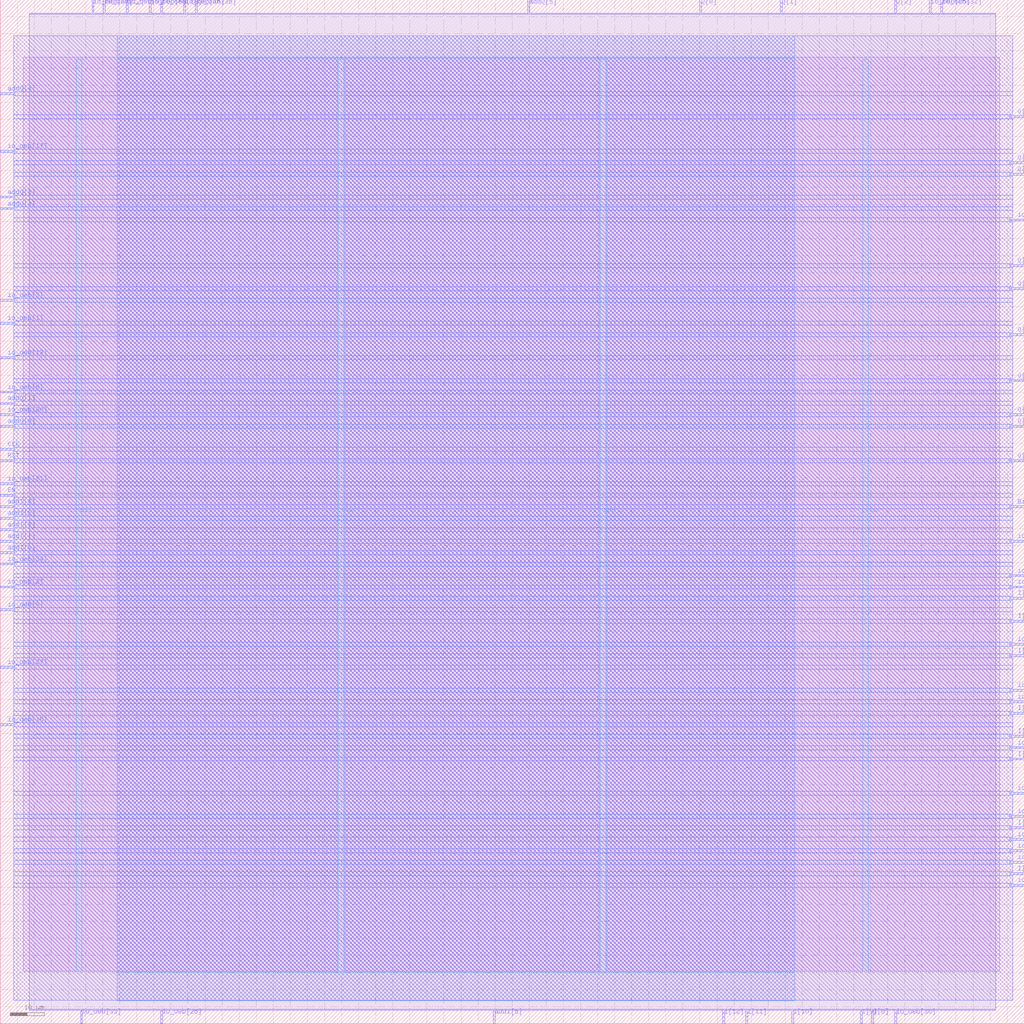
<source format=lef>
VERSION 5.7 ;
  NOWIREEXTENSIONATPIN ON ;
  DIVIDERCHAR "/" ;
  BUSBITCHARS "[]" ;
MACRO OQPSK_PS_RCOSINE2
  CLASS BLOCK ;
  FOREIGN OQPSK_PS_RCOSINE2 ;
  ORIGIN 0.000 0.000 ;
  SIZE 300.000 BY 300.000 ;
  PIN BitIn
    DIRECTION INPUT ;
    USE SIGNAL ;
    ANTENNAGATEAREA 0.498500 ;
    ANTENNADIFFAREA 0.410400 ;
    PORT
      LAYER Metal3 ;
        RECT 296.000 151.200 300.000 151.760 ;
    END
  END BitIn
  PIN CLK
    DIRECTION INPUT ;
    USE SIGNAL ;
    ANTENNAGATEAREA 4.738000 ;
    ANTENNADIFFAREA 0.410400 ;
    PORT
      LAYER Metal3 ;
        RECT 0.000 168.000 4.000 168.560 ;
    END
  END CLK
  PIN EN
    DIRECTION INPUT ;
    USE SIGNAL ;
    ANTENNAGATEAREA 0.741000 ;
    ANTENNADIFFAREA 0.410400 ;
    PORT
      LAYER Metal3 ;
        RECT 0.000 154.560 4.000 155.120 ;
    END
  END EN
  PIN I[0]
    DIRECTION OUTPUT TRISTATE ;
    USE SIGNAL ;
    ANTENNADIFFAREA 4.731200 ;
    PORT
      LAYER Metal3 ;
        RECT 296.000 124.320 300.000 124.880 ;
    END
  END I[0]
  PIN I[10]
    DIRECTION OUTPUT TRISTATE ;
    USE SIGNAL ;
    ANTENNADIFFAREA 4.731200 ;
    PORT
      LAYER Metal2 ;
        RECT 231.840 0.000 232.400 4.000 ;
    END
  END I[10]
  PIN I[11]
    DIRECTION OUTPUT TRISTATE ;
    USE SIGNAL ;
    ANTENNADIFFAREA 4.731200 ;
    PORT
      LAYER Metal2 ;
        RECT 218.400 0.000 218.960 4.000 ;
    END
  END I[11]
  PIN I[12]
    DIRECTION OUTPUT TRISTATE ;
    USE SIGNAL ;
    ANTENNADIFFAREA 4.731200 ;
    PORT
      LAYER Metal2 ;
        RECT 211.680 0.000 212.240 4.000 ;
    END
  END I[12]
  PIN I[1]
    DIRECTION OUTPUT TRISTATE ;
    USE SIGNAL ;
    ANTENNADIFFAREA 4.731200 ;
    PORT
      LAYER Metal3 ;
        RECT 296.000 117.600 300.000 118.160 ;
    END
  END I[1]
  PIN I[2]
    DIRECTION OUTPUT TRISTATE ;
    USE SIGNAL ;
    ANTENNADIFFAREA 4.731200 ;
    PORT
      LAYER Metal3 ;
        RECT 296.000 107.520 300.000 108.080 ;
    END
  END I[2]
  PIN I[3]
    DIRECTION OUTPUT TRISTATE ;
    USE SIGNAL ;
    ANTENNADIFFAREA 4.731200 ;
    PORT
      LAYER Metal3 ;
        RECT 296.000 90.720 300.000 91.280 ;
    END
  END I[3]
  PIN I[4]
    DIRECTION OUTPUT TRISTATE ;
    USE SIGNAL ;
    ANTENNADIFFAREA 4.731200 ;
    PORT
      LAYER Metal3 ;
        RECT 296.000 84.000 300.000 84.560 ;
    END
  END I[4]
  PIN I[5]
    DIRECTION OUTPUT TRISTATE ;
    USE SIGNAL ;
    ANTENNADIFFAREA 4.731200 ;
    PORT
      LAYER Metal3 ;
        RECT 296.000 77.280 300.000 77.840 ;
    END
  END I[5]
  PIN I[6]
    DIRECTION OUTPUT TRISTATE ;
    USE SIGNAL ;
    ANTENNADIFFAREA 4.731200 ;
    PORT
      LAYER Metal3 ;
        RECT 296.000 57.120 300.000 57.680 ;
    END
  END I[6]
  PIN I[7]
    DIRECTION OUTPUT TRISTATE ;
    USE SIGNAL ;
    ANTENNADIFFAREA 4.731200 ;
    PORT
      LAYER Metal3 ;
        RECT 296.000 43.680 300.000 44.240 ;
    END
  END I[7]
  PIN I[8]
    DIRECTION OUTPUT TRISTATE ;
    USE SIGNAL ;
    ANTENNADIFFAREA 4.731200 ;
    PORT
      LAYER Metal2 ;
        RECT 255.360 0.000 255.920 4.000 ;
    END
  END I[8]
  PIN I[9]
    DIRECTION OUTPUT TRISTATE ;
    USE SIGNAL ;
    ANTENNADIFFAREA 4.731200 ;
    PORT
      LAYER Metal2 ;
        RECT 252.000 0.000 252.560 4.000 ;
    END
  END I[9]
  PIN Q[0]
    DIRECTION OUTPUT TRISTATE ;
    USE SIGNAL ;
    ANTENNADIFFAREA 4.731200 ;
    PORT
      LAYER Metal2 ;
        RECT 204.960 296.000 205.520 300.000 ;
    END
  END Q[0]
  PIN Q[10]
    DIRECTION OUTPUT TRISTATE ;
    USE SIGNAL ;
    ANTENNADIFFAREA 4.731200 ;
    PORT
      LAYER Metal3 ;
        RECT 296.000 174.720 300.000 175.280 ;
    END
  END Q[10]
  PIN Q[11]
    DIRECTION OUTPUT TRISTATE ;
    USE SIGNAL ;
    ANTENNADIFFAREA 4.731200 ;
    PORT
      LAYER Metal3 ;
        RECT 296.000 164.640 300.000 165.200 ;
    END
  END Q[11]
  PIN Q[12]
    DIRECTION OUTPUT TRISTATE ;
    USE SIGNAL ;
    ANTENNADIFFAREA 4.731200 ;
    PORT
      LAYER Metal3 ;
        RECT 296.000 178.080 300.000 178.640 ;
    END
  END Q[12]
  PIN Q[1]
    DIRECTION OUTPUT TRISTATE ;
    USE SIGNAL ;
    ANTENNADIFFAREA 4.731200 ;
    PORT
      LAYER Metal2 ;
        RECT 228.480 296.000 229.040 300.000 ;
    END
  END Q[1]
  PIN Q[2]
    DIRECTION OUTPUT TRISTATE ;
    USE SIGNAL ;
    ANTENNADIFFAREA 4.731200 ;
    PORT
      LAYER Metal2 ;
        RECT 262.080 296.000 262.640 300.000 ;
    END
  END Q[2]
  PIN Q[3]
    DIRECTION OUTPUT TRISTATE ;
    USE SIGNAL ;
    ANTENNADIFFAREA 4.731200 ;
    PORT
      LAYER Metal3 ;
        RECT 296.000 265.440 300.000 266.000 ;
    END
  END Q[3]
  PIN Q[4]
    DIRECTION OUTPUT TRISTATE ;
    USE SIGNAL ;
    ANTENNADIFFAREA 4.731200 ;
    PORT
      LAYER Metal3 ;
        RECT 296.000 252.000 300.000 252.560 ;
    END
  END Q[4]
  PIN Q[5]
    DIRECTION OUTPUT TRISTATE ;
    USE SIGNAL ;
    ANTENNADIFFAREA 4.731200 ;
    PORT
      LAYER Metal3 ;
        RECT 296.000 248.640 300.000 249.200 ;
    END
  END Q[5]
  PIN Q[6]
    DIRECTION OUTPUT TRISTATE ;
    USE SIGNAL ;
    ANTENNADIFFAREA 4.731200 ;
    PORT
      LAYER Metal3 ;
        RECT 296.000 221.760 300.000 222.320 ;
    END
  END Q[6]
  PIN Q[7]
    DIRECTION OUTPUT TRISTATE ;
    USE SIGNAL ;
    ANTENNADIFFAREA 4.731200 ;
    PORT
      LAYER Metal3 ;
        RECT 296.000 215.040 300.000 215.600 ;
    END
  END Q[7]
  PIN Q[8]
    DIRECTION OUTPUT TRISTATE ;
    USE SIGNAL ;
    ANTENNADIFFAREA 4.731200 ;
    PORT
      LAYER Metal3 ;
        RECT 296.000 201.600 300.000 202.160 ;
    END
  END Q[8]
  PIN Q[9]
    DIRECTION OUTPUT TRISTATE ;
    USE SIGNAL ;
    ANTENNADIFFAREA 4.731200 ;
    PORT
      LAYER Metal3 ;
        RECT 296.000 188.160 300.000 188.720 ;
    END
  END Q[9]
  PIN RST
    DIRECTION INPUT ;
    USE SIGNAL ;
    ANTENNAGATEAREA 0.741000 ;
    ANTENNADIFFAREA 0.410400 ;
    PORT
      LAYER Metal3 ;
        RECT 0.000 164.640 4.000 165.200 ;
    END
  END RST
  PIN addI[0]
    DIRECTION OUTPUT TRISTATE ;
    USE SIGNAL ;
    ANTENNADIFFAREA 4.731200 ;
    PORT
      LAYER Metal3 ;
        RECT 0.000 137.760 4.000 138.320 ;
    END
  END addI[0]
  PIN addI[1]
    DIRECTION OUTPUT TRISTATE ;
    USE SIGNAL ;
    ANTENNADIFFAREA 4.731200 ;
    PORT
      LAYER Metal3 ;
        RECT 0.000 141.120 4.000 141.680 ;
    END
  END addI[1]
  PIN addI[2]
    DIRECTION OUTPUT TRISTATE ;
    USE SIGNAL ;
    ANTENNADIFFAREA 4.731200 ;
    PORT
      LAYER Metal3 ;
        RECT 0.000 147.840 4.000 148.400 ;
    END
  END addI[2]
  PIN addI[3]
    DIRECTION OUTPUT TRISTATE ;
    USE SIGNAL ;
    ANTENNADIFFAREA 4.731200 ;
    PORT
      LAYER Metal3 ;
        RECT 0.000 144.480 4.000 145.040 ;
    END
  END addI[3]
  PIN addI[4]
    DIRECTION OUTPUT TRISTATE ;
    USE SIGNAL ;
    ANTENNADIFFAREA 4.731200 ;
    PORT
      LAYER Metal3 ;
        RECT 0.000 151.200 4.000 151.760 ;
    END
  END addI[4]
  PIN addI[5]
    DIRECTION OUTPUT TRISTATE ;
    USE SIGNAL ;
    ANTENNADIFFAREA 4.731200 ;
    PORT
      LAYER Metal2 ;
        RECT 144.480 0.000 145.040 4.000 ;
    END
  END addI[5]
  PIN addQ[0]
    DIRECTION OUTPUT TRISTATE ;
    USE SIGNAL ;
    ANTENNADIFFAREA 4.731200 ;
    PORT
      LAYER Metal3 ;
        RECT 0.000 174.720 4.000 175.280 ;
    END
  END addQ[0]
  PIN addQ[1]
    DIRECTION OUTPUT TRISTATE ;
    USE SIGNAL ;
    ANTENNADIFFAREA 4.731200 ;
    PORT
      LAYER Metal3 ;
        RECT 0.000 181.440 4.000 182.000 ;
    END
  END addQ[1]
  PIN addQ[2]
    DIRECTION OUTPUT TRISTATE ;
    USE SIGNAL ;
    ANTENNADIFFAREA 4.731200 ;
    PORT
      LAYER Metal3 ;
        RECT 0.000 238.560 4.000 239.120 ;
    END
  END addQ[2]
  PIN addQ[3]
    DIRECTION OUTPUT TRISTATE ;
    USE SIGNAL ;
    ANTENNADIFFAREA 4.731200 ;
    PORT
      LAYER Metal3 ;
        RECT 0.000 241.920 4.000 242.480 ;
    END
  END addQ[3]
  PIN addQ[4]
    DIRECTION OUTPUT TRISTATE ;
    USE SIGNAL ;
    ANTENNADIFFAREA 4.731200 ;
    PORT
      LAYER Metal3 ;
        RECT 0.000 272.160 4.000 272.720 ;
    END
  END addQ[4]
  PIN addQ[5]
    DIRECTION OUTPUT TRISTATE ;
    USE SIGNAL ;
    ANTENNADIFFAREA 4.731200 ;
    PORT
      LAYER Metal2 ;
        RECT 154.560 296.000 155.120 300.000 ;
    END
  END addQ[5]
  PIN io_oeb[0]
    DIRECTION OUTPUT TRISTATE ;
    USE SIGNAL ;
    ANTENNADIFFAREA 0.536800 ;
    PORT
      LAYER Metal3 ;
        RECT 0.000 120.960 4.000 121.520 ;
    END
  END io_oeb[0]
  PIN io_oeb[10]
    DIRECTION OUTPUT TRISTATE ;
    USE SIGNAL ;
    ANTENNADIFFAREA 0.360800 ;
    PORT
      LAYER Metal3 ;
        RECT 296.000 141.120 300.000 141.680 ;
    END
  END io_oeb[10]
  PIN io_oeb[11]
    DIRECTION OUTPUT TRISTATE ;
    USE SIGNAL ;
    ANTENNADIFFAREA 0.360800 ;
    PORT
      LAYER Metal3 ;
        RECT 296.000 50.400 300.000 50.960 ;
    END
  END io_oeb[11]
  PIN io_oeb[12]
    DIRECTION OUTPUT TRISTATE ;
    USE SIGNAL ;
    ANTENNADIFFAREA 0.360800 ;
    PORT
      LAYER Metal2 ;
        RECT 30.240 296.000 30.800 300.000 ;
    END
  END io_oeb[12]
  PIN io_oeb[13]
    DIRECTION OUTPUT TRISTATE ;
    USE SIGNAL ;
    ANTENNADIFFAREA 0.360800 ;
    PORT
      LAYER Metal3 ;
        RECT 0.000 194.880 4.000 195.440 ;
    END
  END io_oeb[13]
  PIN io_oeb[14]
    DIRECTION OUTPUT TRISTATE ;
    USE SIGNAL ;
    ANTENNADIFFAREA 0.360800 ;
    PORT
      LAYER Metal3 ;
        RECT 296.000 94.080 300.000 94.640 ;
    END
  END io_oeb[14]
  PIN io_oeb[15]
    DIRECTION OUTPUT TRISTATE ;
    USE SIGNAL ;
    ANTENNADIFFAREA 0.360800 ;
    PORT
      LAYER Metal3 ;
        RECT 0.000 87.360 4.000 87.920 ;
    END
  END io_oeb[15]
  PIN io_oeb[16]
    DIRECTION OUTPUT TRISTATE ;
    USE SIGNAL ;
    ANTENNADIFFAREA 0.360800 ;
    PORT
      LAYER Metal2 ;
        RECT 53.760 296.000 54.320 300.000 ;
    END
  END io_oeb[16]
  PIN io_oeb[17]
    DIRECTION OUTPUT TRISTATE ;
    USE SIGNAL ;
    ANTENNADIFFAREA 0.360800 ;
    PORT
      LAYER Metal3 ;
        RECT 0.000 255.360 4.000 255.920 ;
    END
  END io_oeb[17]
  PIN io_oeb[18]
    DIRECTION OUTPUT TRISTATE ;
    USE SIGNAL ;
    ANTENNADIFFAREA 0.360800 ;
    PORT
      LAYER Metal3 ;
        RECT 296.000 131.040 300.000 131.600 ;
    END
  END io_oeb[18]
  PIN io_oeb[19]
    DIRECTION OUTPUT TRISTATE ;
    USE SIGNAL ;
    ANTENNADIFFAREA 0.360800 ;
    PORT
      LAYER Metal3 ;
        RECT 296.000 127.680 300.000 128.240 ;
    END
  END io_oeb[19]
  PIN io_oeb[1]
    DIRECTION OUTPUT TRISTATE ;
    USE SIGNAL ;
    ANTENNADIFFAREA 0.536800 ;
    PORT
      LAYER Metal3 ;
        RECT 0.000 204.960 4.000 205.520 ;
    END
  END io_oeb[1]
  PIN io_oeb[20]
    DIRECTION OUTPUT TRISTATE ;
    USE SIGNAL ;
    ANTENNADIFFAREA 0.360800 ;
    PORT
      LAYER Metal3 ;
        RECT 0.000 178.080 4.000 178.640 ;
    END
  END io_oeb[20]
  PIN io_oeb[21]
    DIRECTION OUTPUT TRISTATE ;
    USE SIGNAL ;
    ANTENNADIFFAREA 0.360800 ;
    PORT
      LAYER Metal3 ;
        RECT 0.000 157.920 4.000 158.480 ;
    END
  END io_oeb[21]
  PIN io_oeb[22]
    DIRECTION OUTPUT TRISTATE ;
    USE SIGNAL ;
    ANTENNADIFFAREA 0.360800 ;
    PORT
      LAYER Metal3 ;
        RECT 296.000 47.040 300.000 47.600 ;
    END
  END io_oeb[22]
  PIN io_oeb[23]
    DIRECTION OUTPUT TRISTATE ;
    USE SIGNAL ;
    ANTENNADIFFAREA 0.360800 ;
    PORT
      LAYER Metal3 ;
        RECT 296.000 80.640 300.000 81.200 ;
    END
  END io_oeb[23]
  PIN io_oeb[24]
    DIRECTION OUTPUT TRISTATE ;
    USE SIGNAL ;
    ANTENNADIFFAREA 0.360800 ;
    PORT
      LAYER Metal3 ;
        RECT 296.000 110.880 300.000 111.440 ;
    END
  END io_oeb[24]
  PIN io_oeb[25]
    DIRECTION OUTPUT TRISTATE ;
    USE SIGNAL ;
    ANTENNADIFFAREA 0.360800 ;
    PORT
      LAYER Metal2 ;
        RECT 272.160 296.000 272.720 300.000 ;
    END
  END io_oeb[25]
  PIN io_oeb[26]
    DIRECTION OUTPUT TRISTATE ;
    USE SIGNAL ;
    ANTENNADIFFAREA 0.360800 ;
    PORT
      LAYER Metal2 ;
        RECT 47.040 0.000 47.600 4.000 ;
    END
  END io_oeb[26]
  PIN io_oeb[27]
    DIRECTION OUTPUT TRISTATE ;
    USE SIGNAL ;
    ANTENNADIFFAREA 0.360800 ;
    PORT
      LAYER Metal3 ;
        RECT 0.000 104.160 4.000 104.720 ;
    END
  END io_oeb[27]
  PIN io_oeb[28]
    DIRECTION OUTPUT TRISTATE ;
    USE SIGNAL ;
    ANTENNADIFFAREA 0.360800 ;
    PORT
      LAYER Metal2 ;
        RECT 47.040 296.000 47.600 300.000 ;
    END
  END io_oeb[28]
  PIN io_oeb[29]
    DIRECTION OUTPUT TRISTATE ;
    USE SIGNAL ;
    ANTENNADIFFAREA 0.360800 ;
    PORT
      LAYER Metal3 ;
        RECT 296.000 40.320 300.000 40.880 ;
    END
  END io_oeb[29]
  PIN io_oeb[2]
    DIRECTION OUTPUT TRISTATE ;
    USE SIGNAL ;
    ANTENNADIFFAREA 0.536800 ;
    PORT
      LAYER Metal3 ;
        RECT 0.000 127.680 4.000 128.240 ;
    END
  END io_oeb[2]
  PIN io_oeb[30]
    DIRECTION OUTPUT TRISTATE ;
    USE SIGNAL ;
    ANTENNADIFFAREA 0.360800 ;
    PORT
      LAYER Metal2 ;
        RECT 262.080 0.000 262.640 4.000 ;
    END
  END io_oeb[30]
  PIN io_oeb[31]
    DIRECTION OUTPUT TRISTATE ;
    USE SIGNAL ;
    ANTENNADIFFAREA 0.360800 ;
    PORT
      LAYER Metal3 ;
        RECT 296.000 97.440 300.000 98.000 ;
    END
  END io_oeb[31]
  PIN io_oeb[32]
    DIRECTION OUTPUT TRISTATE ;
    USE SIGNAL ;
    ANTENNADIFFAREA 0.360800 ;
    PORT
      LAYER Metal2 ;
        RECT 275.520 296.000 276.080 300.000 ;
    END
  END io_oeb[32]
  PIN io_oeb[33]
    DIRECTION OUTPUT TRISTATE ;
    USE SIGNAL ;
    ANTENNADIFFAREA 0.360800 ;
    PORT
      LAYER Metal2 ;
        RECT 23.520 0.000 24.080 4.000 ;
    END
  END io_oeb[33]
  PIN io_oeb[34]
    DIRECTION OUTPUT TRISTATE ;
    USE SIGNAL ;
    ANTENNADIFFAREA 0.360800 ;
    PORT
      LAYER Metal3 ;
        RECT 0.000 134.400 4.000 134.960 ;
    END
  END io_oeb[34]
  PIN io_oeb[35]
    DIRECTION OUTPUT TRISTATE ;
    USE SIGNAL ;
    ANTENNADIFFAREA 0.360800 ;
    PORT
      LAYER Metal3 ;
        RECT 296.000 60.480 300.000 61.040 ;
    END
  END io_oeb[35]
  PIN io_oeb[36]
    DIRECTION OUTPUT TRISTATE ;
    USE SIGNAL ;
    ANTENNADIFFAREA 0.360800 ;
    PORT
      LAYER Metal2 ;
        RECT 57.120 296.000 57.680 300.000 ;
    END
  END io_oeb[36]
  PIN io_oeb[37]
    DIRECTION OUTPUT TRISTATE ;
    USE SIGNAL ;
    ANTENNADIFFAREA 0.360800 ;
    PORT
      LAYER Metal2 ;
        RECT 26.880 296.000 27.440 300.000 ;
    END
  END io_oeb[37]
  PIN io_oeb[3]
    DIRECTION OUTPUT TRISTATE ;
    USE SIGNAL ;
    ANTENNADIFFAREA 0.536800 ;
    PORT
      LAYER Metal3 ;
        RECT 0.000 211.680 4.000 212.240 ;
    END
  END io_oeb[3]
  PIN io_oeb[4]
    DIRECTION OUTPUT TRISTATE ;
    USE SIGNAL ;
    ANTENNADIFFAREA 0.536800 ;
    PORT
      LAYER Metal3 ;
        RECT 296.000 53.760 300.000 54.320 ;
    END
  END io_oeb[4]
  PIN io_oeb[5]
    DIRECTION OUTPUT TRISTATE ;
    USE SIGNAL ;
    ANTENNADIFFAREA 0.536800 ;
    PORT
      LAYER Metal2 ;
        RECT 43.680 296.000 44.240 300.000 ;
    END
  END io_oeb[5]
  PIN io_oeb[6]
    DIRECTION OUTPUT TRISTATE ;
    USE SIGNAL ;
    ANTENNADIFFAREA 0.536800 ;
    PORT
      LAYER Metal3 ;
        RECT 0.000 184.800 4.000 185.360 ;
    END
  END io_oeb[6]
  PIN io_oeb[7]
    DIRECTION OUTPUT TRISTATE ;
    USE SIGNAL ;
    ANTENNADIFFAREA 0.360800 ;
    PORT
      LAYER Metal3 ;
        RECT 296.000 235.200 300.000 235.760 ;
    END
  END io_oeb[7]
  PIN io_oeb[8]
    DIRECTION OUTPUT TRISTATE ;
    USE SIGNAL ;
    ANTENNADIFFAREA 0.360800 ;
    PORT
      LAYER Metal3 ;
        RECT 296.000 67.200 300.000 67.760 ;
    END
  END io_oeb[8]
  PIN io_oeb[9]
    DIRECTION OUTPUT TRISTATE ;
    USE SIGNAL ;
    ANTENNADIFFAREA 0.360800 ;
    PORT
      LAYER Metal2 ;
        RECT 36.960 296.000 37.520 300.000 ;
    END
  END io_oeb[9]
  PIN vdd
    DIRECTION INOUT ;
    USE POWER ;
    PORT
      LAYER Metal4 ;
        RECT 22.240 15.380 23.840 282.540 ;
    END
    PORT
      LAYER Metal4 ;
        RECT 175.840 15.380 177.440 282.540 ;
    END
  END vdd
  PIN vss
    DIRECTION INOUT ;
    USE GROUND ;
    PORT
      LAYER Metal4 ;
        RECT 99.040 15.380 100.640 282.540 ;
    END
    PORT
      LAYER Metal4 ;
        RECT 252.640 15.380 254.240 282.540 ;
    END
  END vss
  OBS
      LAYER Metal1 ;
        RECT 6.720 15.380 292.880 283.210 ;
      LAYER Metal2 ;
        RECT 8.540 295.700 26.580 296.000 ;
        RECT 27.740 295.700 29.940 296.000 ;
        RECT 31.100 295.700 36.660 296.000 ;
        RECT 37.820 295.700 43.380 296.000 ;
        RECT 44.540 295.700 46.740 296.000 ;
        RECT 47.900 295.700 53.460 296.000 ;
        RECT 54.620 295.700 56.820 296.000 ;
        RECT 57.980 295.700 154.260 296.000 ;
        RECT 155.420 295.700 204.660 296.000 ;
        RECT 205.820 295.700 228.180 296.000 ;
        RECT 229.340 295.700 261.780 296.000 ;
        RECT 262.940 295.700 271.860 296.000 ;
        RECT 273.020 295.700 275.220 296.000 ;
        RECT 276.380 295.700 291.620 296.000 ;
        RECT 8.540 4.300 291.620 295.700 ;
        RECT 8.540 4.000 23.220 4.300 ;
        RECT 24.380 4.000 46.740 4.300 ;
        RECT 47.900 4.000 144.180 4.300 ;
        RECT 145.340 4.000 211.380 4.300 ;
        RECT 212.540 4.000 218.100 4.300 ;
        RECT 219.260 4.000 231.540 4.300 ;
        RECT 232.700 4.000 251.700 4.300 ;
        RECT 252.860 4.000 255.060 4.300 ;
        RECT 256.220 4.000 261.780 4.300 ;
        RECT 262.940 4.000 291.620 4.300 ;
      LAYER Metal3 ;
        RECT 4.000 273.020 296.660 289.380 ;
        RECT 4.300 271.860 296.660 273.020 ;
        RECT 4.000 266.300 296.660 271.860 ;
        RECT 4.000 265.140 295.700 266.300 ;
        RECT 4.000 256.220 296.660 265.140 ;
        RECT 4.300 255.060 296.660 256.220 ;
        RECT 4.000 252.860 296.660 255.060 ;
        RECT 4.000 251.700 295.700 252.860 ;
        RECT 4.000 249.500 296.660 251.700 ;
        RECT 4.000 248.340 295.700 249.500 ;
        RECT 4.000 242.780 296.660 248.340 ;
        RECT 4.300 241.620 296.660 242.780 ;
        RECT 4.000 239.420 296.660 241.620 ;
        RECT 4.300 238.260 296.660 239.420 ;
        RECT 4.000 236.060 296.660 238.260 ;
        RECT 4.000 234.900 295.700 236.060 ;
        RECT 4.000 222.620 296.660 234.900 ;
        RECT 4.000 221.460 295.700 222.620 ;
        RECT 4.000 215.900 296.660 221.460 ;
        RECT 4.000 214.740 295.700 215.900 ;
        RECT 4.000 212.540 296.660 214.740 ;
        RECT 4.300 211.380 296.660 212.540 ;
        RECT 4.000 205.820 296.660 211.380 ;
        RECT 4.300 204.660 296.660 205.820 ;
        RECT 4.000 202.460 296.660 204.660 ;
        RECT 4.000 201.300 295.700 202.460 ;
        RECT 4.000 195.740 296.660 201.300 ;
        RECT 4.300 194.580 296.660 195.740 ;
        RECT 4.000 189.020 296.660 194.580 ;
        RECT 4.000 187.860 295.700 189.020 ;
        RECT 4.000 185.660 296.660 187.860 ;
        RECT 4.300 184.500 296.660 185.660 ;
        RECT 4.000 182.300 296.660 184.500 ;
        RECT 4.300 181.140 296.660 182.300 ;
        RECT 4.000 178.940 296.660 181.140 ;
        RECT 4.300 177.780 295.700 178.940 ;
        RECT 4.000 175.580 296.660 177.780 ;
        RECT 4.300 174.420 295.700 175.580 ;
        RECT 4.000 168.860 296.660 174.420 ;
        RECT 4.300 167.700 296.660 168.860 ;
        RECT 4.000 165.500 296.660 167.700 ;
        RECT 4.300 164.340 295.700 165.500 ;
        RECT 4.000 158.780 296.660 164.340 ;
        RECT 4.300 157.620 296.660 158.780 ;
        RECT 4.000 155.420 296.660 157.620 ;
        RECT 4.300 154.260 296.660 155.420 ;
        RECT 4.000 152.060 296.660 154.260 ;
        RECT 4.300 150.900 295.700 152.060 ;
        RECT 4.000 148.700 296.660 150.900 ;
        RECT 4.300 147.540 296.660 148.700 ;
        RECT 4.000 145.340 296.660 147.540 ;
        RECT 4.300 144.180 296.660 145.340 ;
        RECT 4.000 141.980 296.660 144.180 ;
        RECT 4.300 140.820 295.700 141.980 ;
        RECT 4.000 138.620 296.660 140.820 ;
        RECT 4.300 137.460 296.660 138.620 ;
        RECT 4.000 135.260 296.660 137.460 ;
        RECT 4.300 134.100 296.660 135.260 ;
        RECT 4.000 131.900 296.660 134.100 ;
        RECT 4.000 130.740 295.700 131.900 ;
        RECT 4.000 128.540 296.660 130.740 ;
        RECT 4.300 127.380 295.700 128.540 ;
        RECT 4.000 125.180 296.660 127.380 ;
        RECT 4.000 124.020 295.700 125.180 ;
        RECT 4.000 121.820 296.660 124.020 ;
        RECT 4.300 120.660 296.660 121.820 ;
        RECT 4.000 118.460 296.660 120.660 ;
        RECT 4.000 117.300 295.700 118.460 ;
        RECT 4.000 111.740 296.660 117.300 ;
        RECT 4.000 110.580 295.700 111.740 ;
        RECT 4.000 108.380 296.660 110.580 ;
        RECT 4.000 107.220 295.700 108.380 ;
        RECT 4.000 105.020 296.660 107.220 ;
        RECT 4.300 103.860 296.660 105.020 ;
        RECT 4.000 98.300 296.660 103.860 ;
        RECT 4.000 97.140 295.700 98.300 ;
        RECT 4.000 94.940 296.660 97.140 ;
        RECT 4.000 93.780 295.700 94.940 ;
        RECT 4.000 91.580 296.660 93.780 ;
        RECT 4.000 90.420 295.700 91.580 ;
        RECT 4.000 88.220 296.660 90.420 ;
        RECT 4.300 87.060 296.660 88.220 ;
        RECT 4.000 84.860 296.660 87.060 ;
        RECT 4.000 83.700 295.700 84.860 ;
        RECT 4.000 81.500 296.660 83.700 ;
        RECT 4.000 80.340 295.700 81.500 ;
        RECT 4.000 78.140 296.660 80.340 ;
        RECT 4.000 76.980 295.700 78.140 ;
        RECT 4.000 68.060 296.660 76.980 ;
        RECT 4.000 66.900 295.700 68.060 ;
        RECT 4.000 61.340 296.660 66.900 ;
        RECT 4.000 60.180 295.700 61.340 ;
        RECT 4.000 57.980 296.660 60.180 ;
        RECT 4.000 56.820 295.700 57.980 ;
        RECT 4.000 54.620 296.660 56.820 ;
        RECT 4.000 53.460 295.700 54.620 ;
        RECT 4.000 51.260 296.660 53.460 ;
        RECT 4.000 50.100 295.700 51.260 ;
        RECT 4.000 47.900 296.660 50.100 ;
        RECT 4.000 46.740 295.700 47.900 ;
        RECT 4.000 44.540 296.660 46.740 ;
        RECT 4.000 43.380 295.700 44.540 ;
        RECT 4.000 41.180 296.660 43.380 ;
        RECT 4.000 40.020 295.700 41.180 ;
        RECT 4.000 6.860 296.660 40.020 ;
      LAYER Metal4 ;
        RECT 34.300 282.840 232.820 289.430 ;
        RECT 34.300 15.080 98.740 282.840 ;
        RECT 100.940 15.080 175.540 282.840 ;
        RECT 177.740 15.080 232.820 282.840 ;
        RECT 34.300 6.810 232.820 15.080 ;
  END
END OQPSK_PS_RCOSINE2
END LIBRARY


</source>
